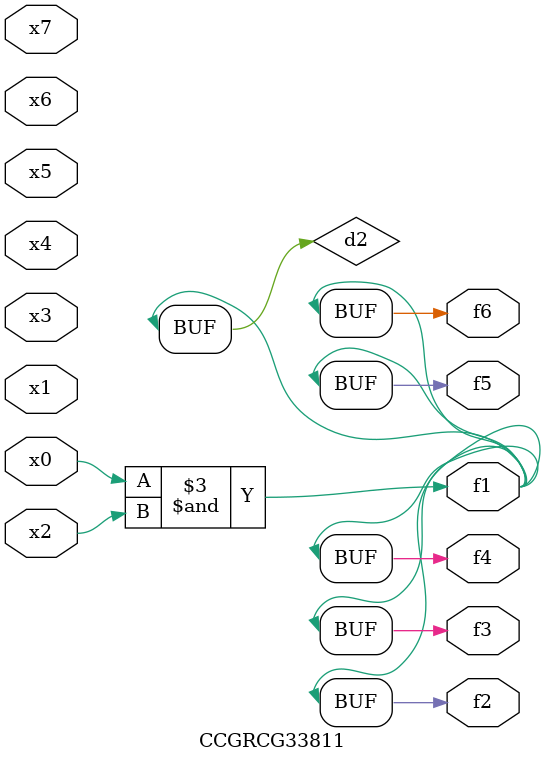
<source format=v>
module CCGRCG33811(
	input x0, x1, x2, x3, x4, x5, x6, x7,
	output f1, f2, f3, f4, f5, f6
);

	wire d1, d2;

	nor (d1, x3, x6);
	and (d2, x0, x2);
	assign f1 = d2;
	assign f2 = d2;
	assign f3 = d2;
	assign f4 = d2;
	assign f5 = d2;
	assign f6 = d2;
endmodule

</source>
